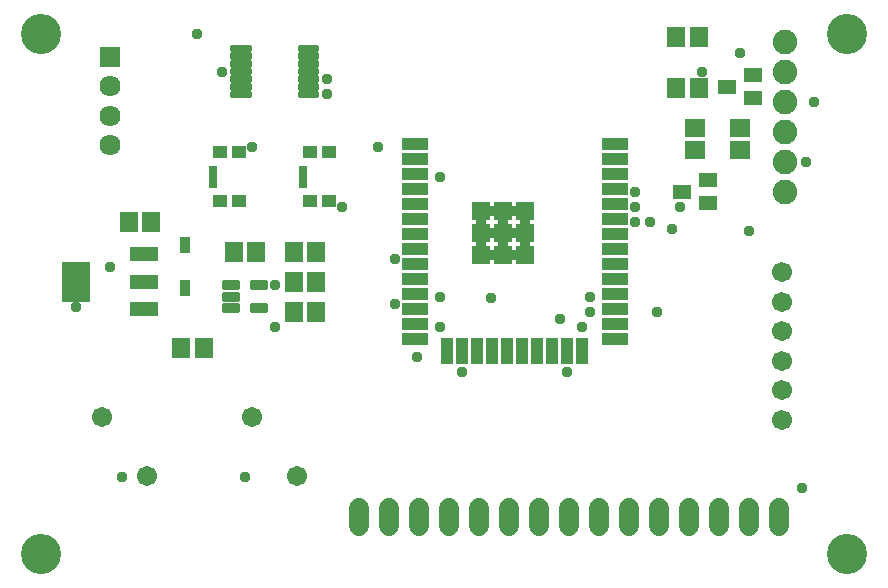
<source format=gbr>
G04 EAGLE Gerber RS-274X export*
G75*
%MOMM*%
%FSLAX34Y34*%
%LPD*%
%INSoldermask Top*%
%IPPOS*%
%AMOC8*
5,1,8,0,0,1.08239X$1,22.5*%
G01*
%ADD10C,3.403200*%
%ADD11C,1.711200*%
%ADD12R,1.503200X1.703200*%
%ADD13R,1.793200X1.793200*%
%ADD14C,1.793200*%
%ADD15R,0.903200X1.403200*%
%ADD16C,1.701800*%
%ADD17C,2.082800*%
%ADD18C,1.727200*%
%ADD19R,1.703200X1.503200*%
%ADD20R,1.203200X1.103200*%
%ADD21R,0.753200X1.903200*%
%ADD22R,1.603200X1.203200*%
%ADD23R,2.203200X1.103200*%
%ADD24R,1.103200X2.203200*%
%ADD25R,1.533200X1.533200*%
%ADD26C,0.911200*%
%ADD27R,2.353200X1.153200*%
%ADD28R,2.353200X3.453200*%
%ADD29C,0.297181*%
%ADD30C,0.306600*%
%ADD31C,0.959600*%
D10*
X5360Y971940D03*
X5360Y531460D03*
X687540Y531460D03*
X687230Y971940D03*
D11*
X57150Y647300D03*
X95250Y597300D03*
D12*
X123850Y706120D03*
X142850Y706120D03*
X98400Y812800D03*
X79400Y812800D03*
X168300Y787400D03*
X187300Y787400D03*
X219100Y762000D03*
X238100Y762000D03*
X219100Y736600D03*
X238100Y736600D03*
X219100Y787400D03*
X238100Y787400D03*
X542950Y925830D03*
X561950Y925830D03*
D13*
X63500Y952500D03*
D14*
X63500Y927500D03*
X63500Y902500D03*
X63500Y877500D03*
D15*
X127000Y756200D03*
X127000Y793200D03*
D16*
X632300Y645000D03*
X632300Y669892D03*
X632300Y695038D03*
X632300Y719930D03*
X632300Y745076D03*
X632300Y769968D03*
D17*
X635000Y838200D03*
X635000Y863600D03*
X635000Y889000D03*
X635000Y914400D03*
X635000Y939800D03*
X635000Y965200D03*
D18*
X274120Y570230D02*
X274120Y554990D01*
X299520Y554990D02*
X299520Y570230D01*
X324920Y570230D02*
X324920Y554990D01*
X350320Y554990D02*
X350320Y570230D01*
X375720Y570230D02*
X375720Y554990D01*
X401120Y554990D02*
X401120Y570230D01*
X426520Y570230D02*
X426520Y554990D01*
X451920Y554990D02*
X451920Y570230D01*
X477320Y570230D02*
X477320Y554990D01*
X502720Y554990D02*
X502720Y570230D01*
X528120Y570230D02*
X528120Y554990D01*
X553520Y554990D02*
X553520Y570230D01*
X578920Y570230D02*
X578920Y554990D01*
X604320Y554990D02*
X604320Y570230D01*
X629720Y570230D02*
X629720Y554990D01*
D19*
X596900Y873150D03*
X596900Y892150D03*
X558800Y892150D03*
X558800Y873150D03*
D12*
X561950Y969010D03*
X542950Y969010D03*
D20*
X157100Y830400D03*
X173100Y830400D03*
X173100Y871400D03*
X157100Y871400D03*
D21*
X150850Y850900D03*
D20*
X233300Y830400D03*
X249300Y830400D03*
X249300Y871400D03*
X233300Y871400D03*
D21*
X227050Y850900D03*
D11*
X184150Y647300D03*
X222250Y597300D03*
D22*
X547800Y838200D03*
X569800Y847700D03*
X569800Y828700D03*
X585900Y927100D03*
X607900Y936600D03*
X607900Y917600D03*
D23*
X321400Y878100D03*
X321400Y865400D03*
X321400Y852700D03*
X321400Y840000D03*
X321400Y827300D03*
X321400Y814600D03*
X321400Y801900D03*
X321400Y789200D03*
X321400Y776500D03*
X321400Y763800D03*
X321400Y751100D03*
X321400Y738400D03*
X321400Y725700D03*
X321400Y713000D03*
D24*
X349250Y703000D03*
X361950Y703000D03*
X374650Y703000D03*
X387350Y703000D03*
X400050Y703000D03*
X412750Y703000D03*
X425450Y703000D03*
X438150Y703000D03*
X450850Y703000D03*
X463550Y703000D03*
D23*
X491400Y713000D03*
X491400Y725700D03*
X491400Y738400D03*
X491400Y751100D03*
X491400Y763800D03*
X491400Y776500D03*
X491400Y789200D03*
X491400Y801900D03*
X491400Y814600D03*
X491400Y827300D03*
X491400Y840000D03*
X491400Y852700D03*
X491400Y865400D03*
X491400Y878100D03*
D25*
X378050Y821450D03*
X396400Y821450D03*
X414750Y821450D03*
X378050Y803100D03*
X396400Y803100D03*
X414750Y803100D03*
X378050Y784750D03*
X396400Y784750D03*
X414750Y784750D03*
D26*
X387225Y821450D03*
X405575Y821450D03*
X378050Y812275D03*
X396400Y812275D03*
X414750Y812275D03*
X387225Y803100D03*
X405575Y803100D03*
X378050Y793925D03*
X396400Y793925D03*
X414750Y793925D03*
X387225Y784750D03*
X405575Y784750D03*
D27*
X92500Y739000D03*
X92500Y762000D03*
X92500Y785000D03*
D28*
X34500Y762000D03*
D29*
X159670Y761330D02*
X159670Y756270D01*
X159670Y761330D02*
X172230Y761330D01*
X172230Y756270D01*
X159670Y756270D01*
X159670Y759093D02*
X172230Y759093D01*
X159670Y751830D02*
X159670Y746770D01*
X159670Y751830D02*
X172230Y751830D01*
X172230Y746770D01*
X159670Y746770D01*
X159670Y749593D02*
X172230Y749593D01*
X159670Y742330D02*
X159670Y737270D01*
X159670Y742330D02*
X172230Y742330D01*
X172230Y737270D01*
X159670Y737270D01*
X159670Y740093D02*
X172230Y740093D01*
X183370Y742330D02*
X183370Y737270D01*
X183370Y742330D02*
X195930Y742330D01*
X195930Y737270D01*
X183370Y737270D01*
X183370Y740093D02*
X195930Y740093D01*
X183370Y756270D02*
X183370Y761330D01*
X195930Y761330D01*
X195930Y756270D01*
X183370Y756270D01*
X183370Y759093D02*
X195930Y759093D01*
D30*
X224567Y921833D02*
X239233Y921833D01*
X239233Y918767D01*
X224567Y918767D01*
X224567Y921833D01*
X224567Y921680D02*
X239233Y921680D01*
X239233Y928333D02*
X224567Y928333D01*
X239233Y928333D02*
X239233Y925267D01*
X224567Y925267D01*
X224567Y928333D01*
X224567Y928180D02*
X239233Y928180D01*
X239233Y934833D02*
X224567Y934833D01*
X239233Y934833D02*
X239233Y931767D01*
X224567Y931767D01*
X224567Y934833D01*
X224567Y934680D02*
X239233Y934680D01*
X239233Y941333D02*
X224567Y941333D01*
X239233Y941333D02*
X239233Y938267D01*
X224567Y938267D01*
X224567Y941333D01*
X224567Y941180D02*
X239233Y941180D01*
X239233Y947833D02*
X224567Y947833D01*
X239233Y947833D02*
X239233Y944767D01*
X224567Y944767D01*
X224567Y947833D01*
X224567Y947680D02*
X239233Y947680D01*
X239233Y954333D02*
X224567Y954333D01*
X239233Y954333D02*
X239233Y951267D01*
X224567Y951267D01*
X224567Y954333D01*
X224567Y954180D02*
X239233Y954180D01*
X239233Y960833D02*
X224567Y960833D01*
X239233Y960833D02*
X239233Y957767D01*
X224567Y957767D01*
X224567Y960833D01*
X224567Y960680D02*
X239233Y960680D01*
X181833Y960833D02*
X167167Y960833D01*
X181833Y960833D02*
X181833Y957767D01*
X167167Y957767D01*
X167167Y960833D01*
X167167Y960680D02*
X181833Y960680D01*
X181833Y954333D02*
X167167Y954333D01*
X181833Y954333D02*
X181833Y951267D01*
X167167Y951267D01*
X167167Y954333D01*
X167167Y954180D02*
X181833Y954180D01*
X181833Y947833D02*
X167167Y947833D01*
X181833Y947833D02*
X181833Y944767D01*
X167167Y944767D01*
X167167Y947833D01*
X167167Y947680D02*
X181833Y947680D01*
X181833Y941333D02*
X167167Y941333D01*
X181833Y941333D02*
X181833Y938267D01*
X167167Y938267D01*
X167167Y941333D01*
X167167Y941180D02*
X181833Y941180D01*
X181833Y934833D02*
X167167Y934833D01*
X181833Y934833D02*
X181833Y931767D01*
X167167Y931767D01*
X167167Y934833D01*
X167167Y934680D02*
X181833Y934680D01*
X181833Y928333D02*
X167167Y928333D01*
X181833Y928333D02*
X181833Y925267D01*
X167167Y925267D01*
X167167Y928333D01*
X167167Y928180D02*
X181833Y928180D01*
X181833Y921833D02*
X167167Y921833D01*
X181833Y921833D02*
X181833Y918767D01*
X167167Y918767D01*
X167167Y921833D01*
X167167Y921680D02*
X181833Y921680D01*
D31*
X203200Y723900D03*
X63500Y774700D03*
X73500Y596900D03*
X177800Y596900D03*
X386080Y748030D03*
X290830Y876300D03*
X604520Y805180D03*
X597060Y955962D03*
X137000Y972042D03*
X649758Y587370D03*
X34600Y740444D03*
X203200Y758800D03*
X653154Y863600D03*
X659758Y914400D03*
X508000Y825500D03*
X508000Y838200D03*
X342900Y850900D03*
X565150Y939800D03*
X184150Y876300D03*
X247650Y933450D03*
X304800Y781050D03*
X247650Y920750D03*
X304800Y742950D03*
X546100Y825500D03*
X527050Y736600D03*
X260350Y825500D03*
X539750Y806450D03*
X444500Y730250D03*
X463550Y723900D03*
X323850Y698500D03*
X361950Y685800D03*
X342900Y723900D03*
X450850Y685800D03*
X469900Y736600D03*
X469900Y749300D03*
X508000Y812800D03*
X520700Y812800D03*
X342900Y749300D03*
X158750Y939800D03*
M02*

</source>
